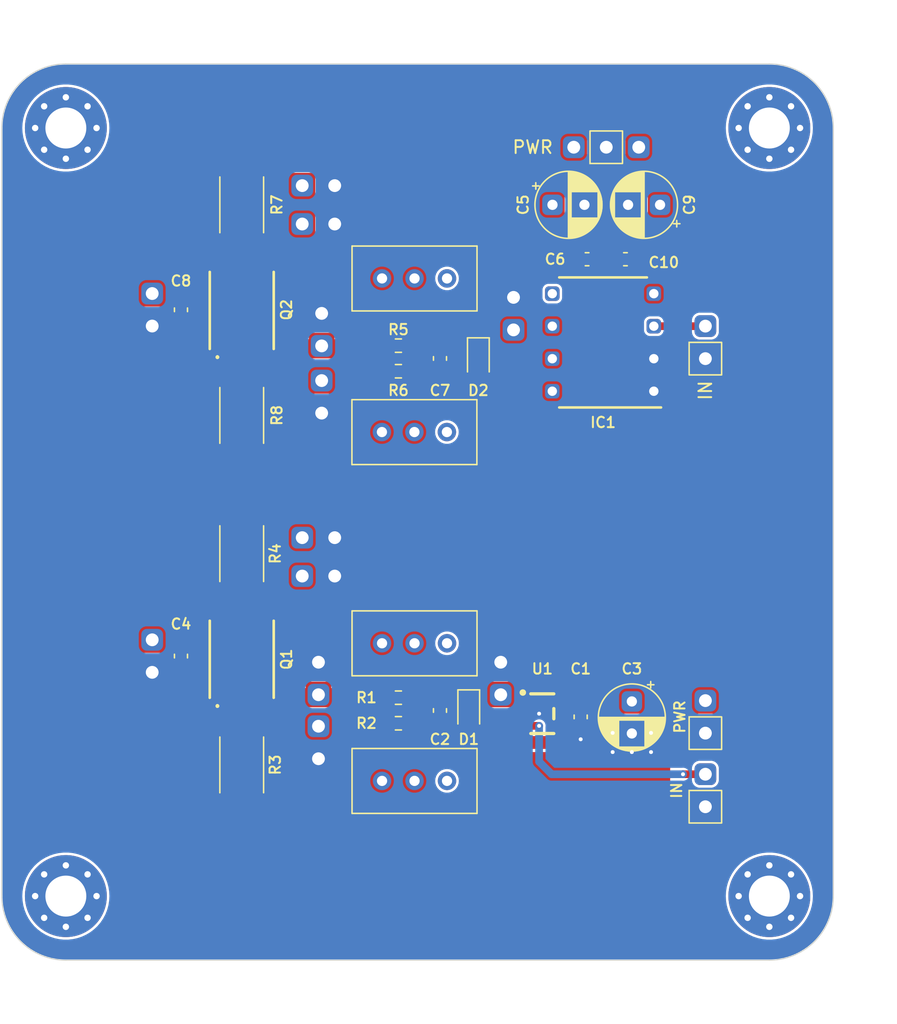
<source format=kicad_pcb>
(kicad_pcb (version 20221018) (generator pcbnew)
  (layers (0 "F.Cu" signal) (31 "B.Cu" signal) (34 "B.Paste" user) (35 "F.Paste" user) (36 "B.SilkS" user "B.Silkscreen") (37 "F.SilkS" user "F.Silkscreen") (38 "B.Mask" user) (39 "F.Mask" user) (44 "Edge.Cuts" user))
  (net 0 "")
  (net 1 "GND")
  (net 2 "+5V")
  (net 3 "Net-(D1-K)")
  (net 4 "Net-(D1-A)")
  (net 5 "Net-(J1-Pin_1)")
  (net 6 "Net-(J2-Pin_1)")
  (net 7 "Net-(Q1-Pad10)")
  (net 8 "/SOURCE")
  (net 9 "Net-(Q1-Pad4)")
  (net 10 "Net-(D2-K)")
  (net 11 "Net-(D2-A)")
  (net 12 "Net-(J6-Pin_1)")
  (net 13 "Net-(IC1-+IN)")
  (net 15 "Net-(Q2-Pad4)")
  (net 16 "Net-(Q2-Pad10)")
  (net 17 "-5V")
  (footprint "Connector_PinHeader_2.54mm:PinHeader_1x03_P2.54mm_Vertical" (layer "F.Cu") (at 154.71 71.5 90)
    (fp_text reference "J3" hide)
    (fp_text value "PWR" (at 0 -3.21 180) (layer "F.SilkS"))
    (pad "1" thru_hole roundrect (at 0 0 90) (size 1.7 1.7) (drill 1) (layers "*.Cu" "*.Mask") (net 2 "+5V"))
    (pad "2" thru_hole roundrect (at 0 2.54 90) (size 1.7 1.7) (drill 1) (layers "*.Cu" "*.Mask") (net 1 "GND"))
    (pad "3" thru_hole roundrect (at 0 5.08 90) (size 1.7 1.7) (drill 1) (layers "*.Cu" "*.Mask") (net 17 "-5V"))
  )
  (footprint "Potentiometer_THT:Potentiometer_Bourns_3296W_Vertical" (layer "F.Cu") (at 144.79 93.75)
    (fp_text reference "REF**" hide)
    (fp_text value "Potentiometer_Bourns_3296W_Vertical")
    (pad "1" thru_hole circle (at 0 0) (size 1.44 1.44) (drill 0.8) (layers "*.Cu" "*.Mask"))
    (pad "2" thru_hole circle (at -2.54 0) (size 1.44 1.44) (drill 0.8) (layers "*.Cu" "*.Mask") (net 11 "Net-(D2-A)"))
    (pad "3" thru_hole circle (at -5.08 0) (size 1.44 1.44) (drill 0.8) (layers "*.Cu" "*.Mask") (net 8 "/SOURCE"))
  )
  (footprint "GS-065-008-1-L:GS0650081L" (layer "F.Cu") (at 128.75 84.25)
    (fp_text reference "Q2" (at 3.5 -0.05 90) (layer "F.SilkS") (effects (font (size 0.8128 0.8128) (thickness 0.1524))))
    (fp_text value "GS-065-008-1-L" hide)
    (pad "1" smd rect (at -1.905 2.65) (size 0.5 0.7) (layers "F.Cu" "F.Paste" "F.Mask") (net 8 "/SOURCE"))
    (pad "2" smd rect (at -0.635 2.65) (size 0.5 0.7) (layers "F.Cu" "F.Paste" "F.Mask") (net 8 "/SOURCE"))
    (pad "3" smd rect (at 0.635 2.65) (size 0.5 0.7) (layers "F.Cu" "F.Paste" "F.Mask") (net 8 "/SOURCE"))
    (pad "4" smd rect (at 1.905 2.65) (size 0.5 0.7) (layers "F.Cu" "F.Paste" "F.Mask") (net 15 "Net-(Q2-Pad4)"))
    (pad "5" smd rect (at 0 -2.53 90) (size 0.45 4.31) (layers "F.Cu" "F.Paste" "F.Mask") (net 16 "Net-(Q2-Pad10)"))
    (pad "6" smd rect (at 0 0.7 90) (size 2.2 4.3) (layers "F.Cu" "F.Paste" "F.Mask") (net 8 "/SOURCE"))
    (pad "7" smd rect (at 1.905 -2.88 90) (size 0.25 0.5) (layers "F.Cu" "F.Paste" "F.Mask") (net 16 "Net-(Q2-Pad10)"))
    (pad "8" smd rect (at 0.635 -2.88 90) (size 0.25 0.5) (layers "F.Cu" "F.Paste" "F.Mask") (net 16 "Net-(Q2-Pad10)"))
    (pad "9" smd rect (at -0.635 -2.88 90) (size 0.25 0.5) (layers "F.Cu" "F.Paste" "F.Mask") (net 16 "Net-(Q2-Pad10)"))
    (pad "10" smd rect (at -1.905 -2.88 90) (size 0.25 0.5) (layers "F.Cu" "F.Paste" "F.Mask") (net 16 "Net-(Q2-Pad10)"))
  )
  (footprint "Connector_PinHeader_2.54mm:PinHeader_1x02_P2.54mm_Vertical" (layer "F.Cu") (at 133.48 105 90)
    (fp_text reference "REF**" hide)
    (fp_text value "PinHeader_1x02_P2.54mm_Vertical")
    (pad "1" thru_hole roundrect (at 0 0 90) (size 1.7 1.7) (drill 1) (layers "*.Cu" "*.Mask") (net 7 "Net-(Q1-Pad10)"))
    (pad "2" thru_hole roundrect (at 0 2.54 90) (size 1.7 1.7) (drill 1) (layers "*.Cu" "*.Mask") (net 1 "GND"))
  )
  (footprint "Capacitor_THT:CP_Radial_D5.0mm_P2.50mm" (layer "F.Cu") (at 159.25 114.794888 -90)
    (fp_text reference "C3" (at -2.544888 0 -180) (layer "F.SilkS") (effects (font (size 0.8128 0.8128) (thickness 0.1524))))
    (fp_text value "22uF")
    (pad "1" thru_hole roundrect (at 0 0 270) (size 1.6 1.6) (drill 0.8) (layers "*.Cu" "*.Mask") (net 2 "+5V"))
    (pad "2" thru_hole roundrect (at 2.5 0 270) (size 1.6 1.6) (drill 0.8) (layers "*.Cu" "*.Mask") (net 1 "GND"))
  )
  (footprint "Capacitor_SMD:C_0603_1608Metric" (layer "F.Cu") (at 124 111.25 90)
    (fp_text reference "C4" (at 2.5 0 180) (layer "F.SilkS") (effects (font (size 0.8128 0.8128) (thickness 0.1524))))
    (fp_text value "10uF")
    (pad "1" smd roundrect (at -0.775 0 90) (size 0.9 0.95) (layers "F.Cu" "F.Paste" "F.Mask") (net 1 "GND"))
    (pad "2" smd roundrect (at 0.775 0 90) (size 0.9 0.95) (layers "F.Cu" "F.Paste" "F.Mask") (net 6 "Net-(J2-Pin_1)"))
  )
  (footprint "MountingHole:MountingHole_3.2mm_M3_Pad_Via" (layer "F.Cu") (at 170 70)
    (fp_text reference "H2" hide)
    (fp_text value "MountingHole")
    (pad "1" thru_hole circle (at -2.4 0) (size 0.8 0.8) (drill 0.5) (layers "*.Cu" "*.Mask"))
    (pad "1" thru_hole circle (at -1.697056 -1.697056) (size 0.8 0.8) (drill 0.5) (layers "*.Cu" "*.Mask"))
    (pad "1" thru_hole circle (at -1.697056 1.697056) (size 0.8 0.8) (drill 0.5) (layers "*.Cu" "*.Mask"))
    (pad "1" thru_hole circle (at 0 -2.4) (size 0.8 0.8) (drill 0.5) (layers "*.Cu" "*.Mask"))
    (pad "1" thru_hole circle (at 0 0) (size 6.4 6.4) (drill 3.2) (layers "*.Cu" "*.Mask"))
    (pad "1" thru_hole circle (at 0 2.4) (size 0.8 0.8) (drill 0.5) (layers "*.Cu" "*.Mask"))
    (pad "1" thru_hole circle (at 1.697056 -1.697056) (size 0.8 0.8) (drill 0.5) (layers "*.Cu" "*.Mask"))
    (pad "1" thru_hole circle (at 1.697056 1.697056) (size 0.8 0.8) (drill 0.5) (layers "*.Cu" "*.Mask"))
    (pad "1" thru_hole circle (at 2.4 0) (size 0.8 0.8) (drill 0.5) (layers "*.Cu" "*.Mask"))
  )
  (footprint "Capacitor_SMD:C_0603_1608Metric" (layer "F.Cu") (at 124 84.2 90)
    (fp_text reference "C8" (at 2.25 0 180) (layer "F.SilkS") (effects (font (size 0.8128 0.8128) (thickness 0.1524))))
    (fp_text value "10uF")
    (pad "1" smd roundrect (at -0.775 0 90) (size 0.9 0.95) (layers "F.Cu" "F.Paste" "F.Mask") (net 1 "GND"))
    (pad "2" smd roundrect (at 0.775 0 90) (size 0.9 0.95) (layers "F.Cu" "F.Paste" "F.Mask") (net 12 "Net-(J6-Pin_1)"))
  )
  (footprint "Resistor_SMD:R_0603_1608Metric" (layer "F.Cu") (at 141 114.5 180)
    (fp_text reference "R1" (at 2.5 0) (layer "F.SilkS") (effects (font (size 0.8128 0.8128) (thickness 0.1524))))
    (fp_text value "R")
    (pad "1" smd roundrect (at -0.825 0 180) (size 0.8 0.95) (layers "F.Cu" "F.Paste" "F.Mask") (net 3 "Net-(D1-K)"))
    (pad "2" smd roundrect (at 0.825 0 180) (size 0.8 0.95) (layers "F.Cu" "F.Paste" "F.Mask") (net 9 "Net-(Q1-Pad4)"))
  )
  (footprint "Connector_PinHeader_2.54mm:PinHeader_1x02_P2.54mm_Vertical" (layer "F.Cu") (at 135 89.73)
    (fp_text reference "REF**" hide)
    (fp_text value "PinHeader_1x02_P2.54mm_Vertical")
    (pad "1" thru_hole roundrect (at 0 0) (size 1.7 1.7) (drill 1) (layers "*.Cu" "*.Mask") (net 8 "/SOURCE"))
    (pad "2" thru_hole roundrect (at 0 2.54) (size 1.7 1.7) (drill 1) (layers "*.Cu" "*.Mask") (net 1 "GND"))
  )
  (footprint "Connector_PinHeader_2.54mm:PinHeader_1x02_P2.54mm_Vertical" (layer "F.Cu") (at 149 114.27 180)
    (fp_text reference "REF**" hide)
    (fp_text value "PinHeader_1x02_P2.54mm_Vertical")
    (pad "1" thru_hole roundrect (at 0 0 180) (size 1.7 1.7) (drill 1) (layers "*.Cu" "*.Mask") (net 3 "Net-(D1-K)"))
    (pad "2" thru_hole roundrect (at 0 2.54 180) (size 1.7 1.7) (drill 1) (layers "*.Cu" "*.Mask") (net 1 "GND"))
  )
  (footprint "Resistor_SMD:R_2512_6332Metric" (layer "F.Cu") (at 128.75 92.45 -90)
    (fp_text reference "R8" (at 0 -2.75 90) (layer "F.SilkS") (effects (font (size 0.8128 0.8128) (thickness 0.1524))))
    (fp_text value "0R5")
    (pad "1" smd roundrect (at -2.9625 0 270) (size 1.225 3.35) (layers "F.Cu" "F.Paste" "F.Mask") (roundrect_rratio 0.2040816327) (net 8 "/SOURCE"))
    (pad "2" smd roundrect (at 2.9625 0 270) (size 1.225 3.35) (layers "F.Cu" "F.Paste" "F.Mask") (roundrect_rratio 0.2040816327) (net 1 "GND"))
  )
  (footprint "Resistor_SMD:R_2512_6332Metric" (layer "F.Cu") (at 128.75 103.25 -90)
    (fp_text reference "R4" (at 0 -2.62 90) (layer "F.SilkS") (effects (font (size 0.8128 0.8128) (thickness 0.1524))))
    (fp_text value "HACK")
    (pad "1" smd roundrect (at -2.9625 0 270) (size 1.225 3.35) (layers "F.Cu" "F.Paste" "F.Mask") (roundrect_rratio 0.2040816327) (net 6 "Net-(J2-Pin_1)"))
    (pad "2" smd roundrect (at 2.9625 0 270) (size 1.225 3.35) (layers "F.Cu" "F.Paste" "F.Mask") (roundrect_rratio 0.2040816327) (net 7 "Net-(Q1-Pad10)"))
  )
  (footprint "Connector_PinHeader_2.54mm:PinHeader_1x02_P2.54mm_Vertical" (layer "F.Cu") (at 133.48 77.5 90)
    (fp_text reference "REF**" hide)
    (fp_text value "PinHeader_1x02_P2.54mm_Vertical")
    (pad "1" thru_hole roundrect (at 0 0 90) (size 1.7 1.7) (drill 1) (layers "*.Cu" "*.Mask") (net 16 "Net-(Q2-Pad10)"))
    (pad "2" thru_hole roundrect (at 0 2.54 90) (size 1.7 1.7) (drill 1) (layers "*.Cu" "*.Mask") (net 1 "GND"))
  )
  (footprint "GS-065-008-1-L:GS0650081L" (layer "F.Cu") (at 128.75 111.5)
    (fp_text reference "Q1" (at 3.5 0 90) (layer "F.SilkS") (effects (font (size 0.8128 0.8128) (thickness 0.1524))))
    (fp_text value "GS-065-008-1-L" hide)
    (pad "1" smd rect (at -1.905 2.65) (size 0.5 0.7) (layers "F.Cu" "F.Paste" "F.Mask") (net 8 "/SOURCE"))
    (pad "2" smd rect (at -0.635 2.65) (size 0.5 0.7) (layers "F.Cu" "F.Paste" "F.Mask") (net 8 "/SOURCE"))
    (pad "3" smd rect (at 0.635 2.65) (size 0.5 0.7) (layers "F.Cu" "F.Paste" "F.Mask") (net 8 "/SOURCE"))
    (pad "4" smd rect (at 1.905 2.65) (size 0.5 0.7) (layers "F.Cu" "F.Paste" "F.Mask") (net 9 "Net-(Q1-Pad4)"))
    (pad "5" smd rect (at 0 -2.53 90) (size 0.45 4.31) (layers "F.Cu" "F.Paste" "F.Mask") (net 7 "Net-(Q1-Pad10)"))
    (pad "6" smd rect (at 0 0.7 90) (size 2.2 4.3) (layers "F.Cu" "F.Paste" "F.Mask") (net 8 "/SOURCE"))
    (pad "7" smd rect (at 1.905 -2.88 90) (size 0.25 0.5) (layers "F.Cu" "F.Paste" "F.Mask") (net 7 "Net-(Q1-Pad10)"))
    (pad "8" smd rect (at 0.635 -2.88 90) (size 0.25 0.5) (layers "F.Cu" "F.Paste" "F.Mask") (net 7 "Net-(Q1-Pad10)"))
    (pad "9" smd rect (at -0.635 -2.88 90) (size 0.25 0.5) (layers "F.Cu" "F.Paste" "F.Mask") (net 7 "Net-(Q1-Pad10)"))
    (pad "10" smd rect (at -1.905 -2.88 90) (size 0.25 0.5) (layers "F.Cu" "F.Paste" "F.Mask") (net 7 "Net-(Q1-Pad10)"))
  )
  (footprint "Potentiometer_THT:Potentiometer_Bourns_3296W_Vertical" (layer "F.Cu") (at 144.8 81.75)
    (fp_text reference "REF**" hide)
    (fp_text value "Potentiometer_Bourns_3296W_Vertical")
    (pad "1" thru_hole circle (at 0 0) (size 1.44 1.44) (drill 0.8) (layers "*.Cu" "*.Mask"))
    (pad "2" thru_hole circle (at -2.54 0) (size 1.44 1.44) (drill 0.8) (layers "*.Cu" "*.Mask") (net 10 "Net-(D2-K)"))
    (pad "3" thru_hole circle (at -5.08 0) (size 1.44 1.44) (drill 0.8) (layers "*.Cu" "*.Mask") (net 15 "Net-(Q2-Pad4)"))
  )
  (footprint "MountingHole:MountingHole_3.2mm_M3_Pad_Via" (layer "F.Cu") (at 115 70)
    (fp_text reference "H1" hide)
    (fp_text value "MountingHole")
    (pad "1" thru_hole circle (at -2.4 0) (size 0.8 0.8) (drill 0.5) (layers "*.Cu" "*.Mask"))
    (pad "1" thru_hole circle (at -1.697056 -1.697056) (size 0.8 0.8) (drill 0.5) (layers "*.Cu" "*.Mask"))
    (pad "1" thru_hole circle (at -1.697056 1.697056) (size 0.8 0.8) (drill 0.5) (layers "*.Cu" "*.Mask"))
    (pad "1" thru_hole circle (at 0 -2.4) (size 0.8 0.8) (drill 0.5) (layers "*.Cu" "*.Mask"))
    (pad "1" thru_hole circle (at 0 0) (size 6.4 6.4) (drill 3.2) (layers "*.Cu" "*.Mask"))
    (pad "1" thru_hole circle (at 0 2.4) (size 0.8 0.8) (drill 0.5) (layers "*.Cu" "*.Mask"))
    (pad "1" thru_hole circle (at 1.697056 -1.697056) (size 0.8 0.8) (drill 0.5) (layers "*.Cu" "*.Mask"))
    (pad "1" thru_hole circle (at 1.697056 1.697056) (size 0.8 0.8) (drill 0.5) (layers "*.Cu" "*.Mask"))
    (pad "1" thru_hole circle (at 2.4 0) (size 0.8 0.8) (drill 0.5) (layers "*.Cu" "*.Mask"))
  )
  (footprint "Capacitor_SMD:C_0603_1608Metric" (layer "F.Cu") (at 155.25 116 90)
    (fp_text reference "C1" (at 3.75 0 180) (layer "F.SilkS") (effects (font (size 0.8128 0.8128) (thickness 0.1524))))
    (fp_text value "10uF")
    (pad "1" smd roundrect (at -0.775 0 90) (size 0.9 0.95) (layers "F.Cu" "F.Paste" "F.Mask") (net 1 "GND"))
    (pad "2" smd roundrect (at 0.775 0 90) (size 0.9 0.95) (layers "F.Cu" "F.Paste" "F.Mask") (net 2 "+5V"))
  )
  (footprint "Connector_PinHeader_2.54mm:PinHeader_1x02_P2.54mm_Vertical" (layer "F.Cu") (at 134.75 114.27 180)
    (fp_text reference "REF**" hide)
    (fp_text value "PinHeader_1x02_P2.54mm_Vertical")
    (pad "1" thru_hole roundrect (at 0 0 180) (size 1.7 1.7) (drill 1) (layers "*.Cu" "*.Mask") (net 9 "Net-(Q1-Pad4)"))
    (pad "2" thru_hole roundrect (at 0 2.54 180) (size 1.7 1.7) (drill 1) (layers "*.Cu" "*.Mask") (net 1 "GND"))
  )
  (footprint "Capacitor_SMD:C_0603_1608Metric" (layer "F.Cu") (at 144.25 88 -90)
    (fp_text reference "C7" (at 2.5 0 -180) (layer "F.SilkS") (effects (font (size 0.8128 0.8128) (thickness 0.1524))))
    (fp_text value "C")
    (pad "1" smd roundrect (at -0.775 0 270) (size 0.9 0.95) (layers "F.Cu" "F.Paste" "F.Mask") (net 10 "Net-(D2-K)"))
    (pad "2" smd roundrect (at 0.775 0 270) (size 0.9 0.95) (layers "F.Cu" "F.Paste" "F.Mask") (net 11 "Net-(D2-A)"))
  )
  (footprint "Connector_PinHeader_2.54mm:PinHeader_1x02_P2.54mm_Vertical" (layer "F.Cu") (at 133.48 102 90)
    (fp_text reference "REF**" hide)
    (fp_text value "PinHeader_1x02_P2.54mm_Vertical")
    (pad "1" thru_hole roundrect (at 0 0 90) (size 1.7 1.7) (drill 1) (layers "*.Cu" "*.Mask") (net 6 "Net-(J2-Pin_1)"))
    (pad "2" thru_hole roundrect (at 0 2.54 90) (size 1.7 1.7) (drill 1) (layers "*.Cu" "*.Mask") (net 1 "GND"))
  )
  (footprint "Resistor_SMD:R_0603_1608Metric" (layer "F.Cu") (at 141 89 180)
    (fp_text reference "R6" (at 0 -1.5) (layer "F.SilkS") (effects (font (size 0.8128 0.8128) (thickness 0.1524))))
    (fp_text value "R")
    (pad "1" smd roundrect (at -0.825 0 180) (size 0.8 0.95) (layers "F.Cu" "F.Paste" "F.Mask") (net 11 "Net-(D2-A)"))
    (pad "2" smd roundrect (at 0.825 0 180) (size 0.8 0.95) (layers "F.Cu" "F.Paste" "F.Mask") (net 8 "/SOURCE"))
  )
  (footprint "Connector_PinHeader_2.54mm:PinHeader_1x02_P2.54mm_Vertical" (layer "F.Cu") (at 165 114.73)
    (fp_text reference "J3" hide)
    (fp_text value "PWR" (at -2 1.27 90) (layer "F.SilkS") (effects (font (size 0.8128 0.8128) (thickness 0.1524) bold)))
    (pad "1" thru_hole roundrect (at 0 0) (size 1.7 1.7) (drill 1) (layers "*.Cu" "*.Mask") (net 2 "+5V"))
    (pad "2" thru_hole roundrect (at 0 2.54) (size 1.7 1.7) (drill 1) (layers "*.Cu" "*.Mask") (net 1 "GND"))
  )
  (footprint "Connector_PinHeader_2.54mm:PinHeader_1x02_P2.54mm_Vertical" (layer "F.Cu") (at 133.48 74.5 90)
    (fp_text reference "REF**" hide)
    (fp_text value "PinHeader_1x02_P2.54mm_Vertical")
    (pad "1" thru_hole roundrect (at 0 0 90) (size 1.7 1.7) (drill 1) (layers "*.Cu" "*.Mask") (net 12 "Net-(J6-Pin_1)"))
    (pad "2" thru_hole roundrect (at 0 2.54 90) (size 1.7 1.7) (drill 1) (layers "*.Cu" "*.Mask") (net 1 "GND"))
  )
  (footprint "Diode_SMD:D_SOD-323" (layer "F.Cu") (at 147.25 88 -90)
    (fp_text reference "D2" (at 2.5 0 -180) (layer "F.SilkS") (effects (font (size 0.8128 0.8128) (thickness 0.1524))))
    (fp_text value "4148")
    (pad "1" smd roundrect (at -1.05 0 270) (size 0.6 0.45) (layers "F.Cu" "F.Paste" "F.Mask") (net 10 "Net-(D2-K)"))
    (pad "2" smd roundrect (at 1.05 0 270) (size 0.6 0.45) (layers "F.Cu" "F.Paste" "F.Mask") (net 11 "Net-(D2-A)"))
  )
  (footprint "Connector_PinHeader_2.54mm:PinHeader_1x02_P2.54mm_Vertical" (layer "F.Cu") (at 121.75 82.93)
    (fp_text reference "J6" hide)
    (fp_text value "IN")
    (pad "1" thru_hole roundrect (at 0 0) (size 1.7 1.7) (drill 1) (layers "*.Cu" "*.Mask") (net 12 "Net-(J6-Pin_1)"))
    (pad "2" thru_hole roundrect (at 0 2.54) (size 1.7 1.7) (drill 1) (layers "*.Cu" "*.Mask") (net 1 "GND"))
  )
  (footprint "Capacitor_THT:CP_Radial_D5.0mm_P2.50mm" (layer "F.Cu") (at 153.044888 76)
    (fp_text reference "C5" (at -2.294888 0 90) (layer "F.SilkS") (effects (font (size 0.8128 0.8128) (thickness 0.1524))))
    (fp_text value "22uF")
    (pad "1" thru_hole roundrect (at 0 0) (size 1.6 1.6) (drill 0.8) (layers "*.Cu" "*.Mask") (net 2 "+5V"))
    (pad "2" thru_hole roundrect (at 2.5 0) (size 1.6 1.6) (drill 0.8) (layers "*.Cu" "*.Mask") (net 1 "GND"))
  )
  (footprint "Connector_PinHeader_2.54mm:PinHeader_1x02_P2.54mm_Vertical" (layer "F.Cu") (at 135 87.02 180)
    (fp_text reference "REF**" hide)
    (fp_text value "PinHeader_1x02_P2.54mm_Vertical")
    (pad "1" thru_hole roundrect (at 0 0 180) (size 1.7 1.7) (drill 1) (layers "*.Cu" "*.Mask") (net 15 "Net-(Q2-Pad4)"))
    (pad "2" thru_hole roundrect (at 0 2.54 180) (size 1.7 1.7) (drill 1) (layers "*.Cu" "*.Mask") (net 1 "GND"))
  )
  (footprint "Potentiometer_THT:Potentiometer_Bourns_3296W_Vertical" (layer "F.Cu") (at 144.8 121)
    (fp_text reference "REF**" hide)
    (fp_text value "Potentiometer_Bourns_3296W_Vertical")
    (pad "1" thru_hole circle (at 0 0) (size 1.44 1.44) (drill 0.8) (layers "*.Cu" "*.Mask"))
    (pad "2" thru_hole circle (at -2.54 0) (size 1.44 1.44) (drill 0.8) (layers "*.Cu" "*.Mask") (net 4 "Net-(D1-A)"))
    (pad "3" thru_hole circle (at -5.08 0) (size 1.44 1.44) (drill 0.8) (layers "*.Cu" "*.Mask") (net 8 "/SOURCE"))
  )
  (footprint "LT1193:DIP794W53P254L1016H394Q8N" (layer "F.Cu") (at 157 86.75 180)
    (fp_text reference "IC1" (at 0 -6.25 180) (layer "F.SilkS") (effects (font (size 0.8128 0.8128) (thickness 0.1524))))
    (fp_text value "LT1193" hide)
    (pad "1" thru_hole roundrect (at -3.969 -3.81 180) (size 1.133 1.133) (drill 0.733) (layers "*.Cu" "*.Mask") (net 1 "GND"))
    (pad "2" thru_hole roundrect (at -3.969 -1.27 180) (size 1.133 1.133) (drill 0.733) (layers "*.Cu" "*.Mask") (net 1 "GND"))
    (pad "3" thru_hole roundrect (at -3.969 1.27 180) (size 1.133 1.133) (drill 0.733) (layers "*.Cu" "*.Mask") (net 13 "Net-(IC1-+IN)"))
    (pad "4" thru_hole roundrect (at -3.969 3.81 180) (size 1.133 1.133) (drill 0.733) (layers "*.Cu" "*.Mask") (net 17 "-5V"))
    (pad "5" thru_hole roundrect (at 3.969 3.81 180) (size 1.133 1.133) (drill 0.733) (layers "*.Cu" "*.Mask"))
    (pad "6" thru_hole roundrect (at 3.969 1.27 180) (size 1.133 1.133) (drill 0.733) (layers "*.Cu" "*.Mask") (net 10 "Net-(D2-K)"))
    (pad "7" thru_hole roundrect (at 3.969 -1.27 180) (size 1.133 1.133) (drill 0.733) (layers "*.Cu" "*.Mask") (net 2 "+5V"))
    (pad "8" thru_hole roundrect (at 3.969 -3.81 180) (size 1.133 1.133) (drill 0.733) (layers "*.Cu" "*.Mask") (net 11 "Net-(D2-A)"))
  )
  (footprint "Capacitor_SMD:C_0603_1608Metric" (layer "F.Cu") (at 144.25 115.5 -90)
    (fp_text reference "C2" (at 2.25 0 -180) (layer "F.SilkS") (effects (font (size 0.8128 0.8128) (thickness 0.1524))))
    (fp_text value "C")
    (pad "1" smd roundrect (at -0.775 0 270) (size 0.9 0.95) (layers "F.Cu" "F.Paste" "F.Mask") (net 3 "Net-(D1-K)"))
    (pad "2" smd roundrect (at 0.775 0 270) (size 0.9 0.95) (layers "F.Cu" "F.Paste" "F.Mask") (net 4 "Net-(D1-A)"))
  )
  (footprint "Resistor_SMD:R_2512_6332Metric" (layer "F.Cu") (at 128.75 76 -90)
    (fp_text reference "R7" (at 0 -2.75 90) (layer "F.SilkS") (effects (font (size 0.8128 0.8128) (thickness 0.1524))))
    (fp_text value "HACK")
    (pad "1" smd roundrect (at -2.9625 0 270) (size 1.225 3.35) (layers "F.Cu" "F.Paste" "F.Mask") (roundrect_rratio 0.2040816327) (net 12 "Net-(J6-Pin_1)"))
    (pad "2" smd roundrect (at 2.9625 0 270) (size 1.225 3.35) (layers "F.Cu" "F.Paste" "F.Mask") (roundrect_rratio 0.2040816327) (net 16 "Net-(Q2-Pad10)"))
  )
  (footprint "MountingHole:MountingHole_3.2mm_M3_Pad_Via" (layer "F.Cu") (at 115 130)
    (fp_text reference "H4" hide)
    (fp_text value "MountingHole")
    (pad "1" thru_hole circle (at -2.4 0) (size 0.8 0.8) (drill 0.5) (layers "*.Cu" "*.Mask"))
    (pad "1" thru_hole circle (at -1.697056 -1.697056) (size 0.8 0.8) (drill 0.5) (layers "*.Cu" "*.Mask"))
    (pad "1" thru_hole circle (at -1.697056 1.697056) (size 0.8 0.8) (drill 0.5) (layers "*.Cu" "*.Mask"))
    (pad "1" thru_hole circle (at 0 -2.4) (size 0.8 0.8) (drill 0.5) (layers "*.Cu" "*.Mask"))
    (pad "1" thru_hole circle (at 0 0) (size 6.4 6.4) (drill 3.2) (layers "*.Cu" "*.Mask"))
    (pad "1" thru_hole circle (at 0 2.4) (size 0.8 0.8) (drill 0.5) (layers "*.Cu" "*.Mask"))
    (pad "1" thru_hole circle (at 1.697056 -1.697056) (size 0.8 0.8) (drill 0.5) (layers "*.Cu" "*.Mask"))
    (pad "1" thru_hole circle (at 1.697056 1.697056) (size 0.8 0.8) (drill 0.5) (layers "*.Cu" "*.Mask"))
    (pad "1" thru_hole circle (at 2.4 0) (size 0.8 0.8) (drill 0.5) (layers "*.Cu" "*.Mask"))
  )
  (footprint "Resistor_SMD:R_0603_1608Metric" (layer "F.Cu") (at 141 116.5 180)
    (fp_text reference "R2" (at 2.5 0) (layer "F.SilkS") (effects (font (size 0.8128 0.8128) (thickness 0.1524))))
    (fp_text value "R")
    (pad "1" smd roundrect (at -0.825 0 180) (size 0.8 0.95) (layers "F.Cu" "F.Paste" "F.Mask") (net 4 "Net-(D1-A)"))
    (pad "2" smd roundrect (at 0.825 0 180) (size 0.8 0.95) (layers "F.Cu" "F.Paste" "F.Mask") (net 8 "/SOURCE"))
  )
  (footprint "Diode_SMD:D_SOD-323" (layer "F.Cu") (at 146.5 115.5 -90)
    (fp_text reference "D1" (at 2.25 0 -180) (layer "F.SilkS") (effects (font (size 0.8128 0.8128) (thickness 0.1524))))
    (fp_text value "4148")
    (pad "1" smd roundrect (at -1.05 0 270) (size 0.6 0.45) (layers "F.Cu" "F.Paste" "F.Mask") (net 3 "Net-(D1-K)"))
    (pad "2" smd roundrect (at 1.05 0 270) (size 0.6 0.45) (layers "F.Cu" "F.Paste" "F.Mask") (net 4 "Net-(D1-A)"))
  )
  (footprint "Connector_PinHeader_2.54mm:PinHeader_1x02_P2.54mm_Vertical" (layer "F.Cu") (at 165 85.475)
    (fp_text reference "J5" hide)
    (fp_text value "IN" (at 0 5.025 90) (layer "F.SilkS"))
    (pad "1" thru_hole roundrect (at 0 0) (size 1.7 1.7) (drill 1) (layers "*.Cu" "*.Mask") (net 13 "Net-(IC1-+IN)"))
    (pad "2" thru_hole roundrect (at 0 2.54) (size 1.7 1.7) (drill 1) (layers "*.Cu" "*.Mask") (net 1 "GND"))
  )
  (footprint "Connector_PinHeader_2.54mm:PinHeader_1x02_P2.54mm_Vertical" (layer "F.Cu") (at 165 120.48)
    (fp_text reference "J1" hide)
    (fp_text value "IN" (at -2.25 1.27 90) (layer "F.SilkS") (effects (font (size 0.8128 0.8128) (thickness 0.1524))))
    (pad "1" thru_hole roundrect (at 0 0) (size 1.7 1.7) (drill 1) (layers "*.Cu" "*.Mask") (net 5 "Net-(J1-Pin_1)"))
    (pad "2" thru_hole roundrect (at 0 2.54) (size 1.7 1.7) (drill 1) (layers "*.Cu" "*.Mask") (net 1 "GND"))
  )
  (footprint "Connector_PinHeader_2.54mm:PinHeader_1x02_P2.54mm_Vertical" (layer "F.Cu") (at 121.75 109.98)
    (fp_text reference "J2" hide)
    (fp_text value "IN")
    (pad "1" thru_hole roundrect (at 0 0) (size 1.7 1.7) (drill 1) (layers "*.Cu" "*.Mask") (net 6 "Net-(J2-Pin_1)"))
    (pad "2" thru_hole roundrect (at 0 2.54) (size 1.7 1.7) (drill 1) (layers "*.Cu" "*.Mask") (net 1 "GND"))
  )
  (footprint "Capacitor_SMD:C_0603_1608Metric" (layer "F.Cu") (at 158.75 80.25)
    (fp_text reference "C10" (at 3 0.25) (layer "F.SilkS") (effects (font (size 0.8128 0.8128) (thickness 0.1524))))
    (fp_text value "10uF")
    (pad "1" smd roundrect (at -0.775 0) (size 0.9 0.95) (layers "F.Cu" "F.Paste" "F.Mask") (net 1 "GND"))
    (pad "2" smd roundrect (at 0.775 0) (size 0.9 0.95) (layers "F.Cu" "F.Paste" "F.Mask") (net 17 "-5V"))
  )
  (footprint "Potentiometer_THT:Potentiometer_Bourns_3296W_Vertical" (layer "F.Cu") (at 144.8 110.25)
    (fp_text reference "REF**" hide)
    (fp_text value "Potentiometer_Bourns_3296W_Vertical")
    (pad "1" thru_hole circle (at 0 0) (size 1.44 1.44) (drill 0.8) (layers "*.Cu" "*.Mask"))
    (pad "2" thru_hole circle (at -2.54 0) (size 1.44 1.44) (drill 0.8) (layers "*.Cu" "*.Mask") (net 3 "Net-(D1-K)"))
    (pad "3" thru_hole circle (at -5.08 0) (size 1.44 1.44) (drill 0.8) (layers "*.Cu" "*.Mask") (net 9 "Net-(Q1-Pad4)"))
  )
  (footprint "Connector_PinHeader_2.54mm:PinHeader_1x02_P2.54mm_Vertical" (layer "F.Cu") (at 150 85.77 180)
    (fp_text reference "REF**" hide)
    (fp_text value "PinHeader_1x02_P2.54mm_Vertical")
    (pad "1" thru_hole roundrect (at 0 0 180) (size 1.7 1.7) (drill 1) (layers "*.Cu" "*.Mask") (net 10 "Net-(D2-K)"))
    (pad "2" thru_hole roundrect (at 0 2.54 180) (size 1.7 1.7) (drill 1) (layers "*.Cu" "*.Mask") (net 1 "GND"))
  )
  (footprint "Capacitor_SMD:C_0603_1608Metric" (layer "F.Cu") (at 155.75 80.25 180)
    (fp_text reference "C6" (at 2.5 0 180) (layer "F.SilkS") (effects (font (size 0.8128 0.8128) (thickness 0.1524))))
    (fp_text value "10uF")
    (pad "1" smd roundrect (at -0.775 0 180) (size 0.9 0.95) (layers "F.Cu" "F.Paste" "F.Mask") (net 1 "GND"))
    (pad "2" smd roundrect (at 0.775 0 180) (size 0.9 0.95) (layers "F.Cu" "F.Paste" "F.Mask") (net 2 "+5V"))
  )
  (footprint "Connector_PinHeader_2.54mm:PinHeader_1x02_P2.54mm_Vertical" (layer "F.Cu") (at 134.75 116.73)
    (fp_text reference "REF**" hide)
    (fp_text value "PinHeader_1x02_P2.54mm_Vertical")
    (pad "1" thru_hole roundrect (at 0 0) (size 1.7 1.7) (drill 1) (layers "*.Cu" "*.Mask") (net 8 "/SOURCE"))
    (pad "2" thru_hole roundrect (at 0 2.54) (size 1.7 1.7) (drill 1) (layers "*.Cu" "*.Mask") (net 1 "GND"))
  )
  (footprint "Resistor_SMD:R_2512_6332Metric" (layer "F.Cu") (at 128.75 119.75 -90)
    (fp_text reference "R3" (at 0 -2.62 90) (layer "F.SilkS") (effects (font (size 0.8128 0.8128) (thickness 0.1524))))
    (fp_text value "0R5")
    (pad "1" smd roundrect (at -2.9625 0 270) (size 1.225 3.35) (layers "F.Cu" "F.Paste" "F.Mask") (roundrect_rratio 0.2040816327) (net 8 "/SOURCE"))
    (pad "2" smd roundrect (at 2.9625 0 270) (size 1.225 3.35) (layers "F.Cu" "F.Paste" "F.Mask") (roundrect_rratio 0.2040816327) (net 1 "GND"))
  )
  (footprint "Capacitor_THT:CP_Radial_D5.0mm_P2.50mm" (layer "F.Cu") (at 161.455112 76 180)
    (fp_text reference "C9" (at -2.294888 0 90) (layer "F.SilkS") (effects (font (size 0.8128 0.8128) (thickness 0.1524))))
    (fp_text value "22uF")
    (pad "1" thru_hole roundrect (at 0 0 180) (size 1.6 1.6) (drill 0.8) (layers "*.Cu" "*.Mask") (net 17 "-5V"))
    (pad "2" thru_hole roundrect (at 2.5 0 180) (size 1.6 1.6) (drill 0.8) (layers "*.Cu" "*.Mask") (net 1 "GND"))
  )
  (footprint "Resistor_SMD:R_0603_1608Metric" (layer "F.Cu") (at 141 87 180)
    (fp_text reference "R5" (at 0 1.25) (layer "F.SilkS") (effects (font (size 0.8128 0.8128) (thickness 0.1524))))
    (fp_text value "R")
    (pad "1" smd roundrect (at -0.825 0 180) (size 0.8 0.95) (layers "F.Cu" "F.Paste" "F.Mask") (net 10 "Net-(D2-K)"))
    (pad "2" smd roundrect (at 0.825 0 180) (size 0.8 0.95) (layers "F.Cu" "F.Paste" "F.Mask") (net 15 "Net-(Q2-Pad4)"))
  )
  (footprint "ADA4891:SOT-23-5_L3.0-W1.7-P0.95-LS2.8-BR" (layer "F.Cu") (at 152.25 115.75 180)
    (fp_text reference "U1" (at 0 3.5 180) (layer "F.SilkS") (effects (font (size 0.8128 0.8128) (thickness 0.1524))))
    (fp_text value "ADA4891" hide)
    (pad "1" smd rect (at 1.3 0.95 180) (size 1 0.6) (layers "F.Cu" "F.Paste" "F.Mask") (net 3 "Net-(D1-K)"))
    (pad "2" smd rect (at 1.3 0 180) (size 1 0.6) (layers "F.Cu" "F.Paste" "F.Mask") (net 1 "GND"))
    (pad "3" smd rect (at 1.3 -0.95 180) (size 1 0.6) (layers "F.Cu" "F.Paste" "F.Mask") (net 5 "Net-(J1-Pin_1)"))
    (pad "4" smd rect (at -1.3 -0.95 180) (size 1 0.6) (layers "F.Cu" "F.Paste" "F.Mask") (net 4 "Net-(D1-A)"))
    (pad "5" smd rect (at -1.3 0.95 180) (size 1 0.6) (layers "F.Cu" "F.Paste" "F.Mask") (net 2 "+5V"))
  )
  (footprint "MountingHole:MountingHole_3.2mm_M3_Pad_Via" (layer "F.Cu") (at 170 130)
    (fp_text reference "H3" hide)
    (fp_text value "MountingHole")
    (pad "1" thru_hole circle (at -2.4 0) (size 0.8 0.8) (drill 0.5) (layers "*.Cu" "*.Mask"))
    (pad "1" thru_hole circle (at -1.697056 -1.697056) (size 0.8 0.8) (drill 0.5) (layers "*.Cu" "*.Mask"))
    (pad "1" thru_hole circle (at -1.697056 1.697056) (size 0.8 0.8) (drill 0.5) (layers "*.Cu" "*.Mask"))
    (pad "1" thru_hole circle (at 0 -2.4) (size 0.8 0.8) (drill 0.5) (layers "*.Cu" "*.Mask"))
    (pad "1" thru_hole circle (at 0 0) (size 6.4 6.4) (drill 3.2) (layers "*.Cu" "*.Mask"))
    (pad "1" thru_hole circle (at 0 2.4) (size 0.8 0.8) (drill 0.5) (layers "*.Cu" "*.Mask"))
    (pad "1" thru_hole circle (at 1.697056 -1.697056) (size 0.8 0.8) (drill 0.5) (layers "*.Cu" "*.Mask"))
    (pad "1" thru_hole circle (at 1.697056 1.697056) (size 0.8 0.8) (drill 0.5) (layers "*.Cu" "*.Mask"))
    (pad "1" thru_hole circle (at 2.4 0) (size 0.8 0.8) (drill 0.5) (layers "*.Cu" "*.Mask"))
  )
  (gr_line (start 175 70) (end 175 130) (stroke (width 0.1)) (layer "Edge.Cuts"))
  (gr_arc (start 170 65) (mid 173.535534 66.464466) (end 175 70) (stroke (width 0.1)) (layer "Edge.Cuts"))
  (gr_line (start 115 65) (end 170 65) (stroke (width 0.1)) (layer "Edge.Cuts"))
  (gr_line (start 110 130) (end 110 70) (stroke (width 0.1)) (layer "Edge.Cuts"))
  (gr_line (start 170 135) (end 115 135) (stroke (width 0.1)) (layer "Edge.Cuts"))
  (gr_arc (start 115 135) (mid 111.464466 133.535534) (end 110 130) (stroke (width 0.1)) (layer "Edge.Cuts"))
  (gr_arc (start 175 130) (mid 173.535534 133.535534) (end 170 135) (stroke (width 0.1)) (layer "Edge.Cuts"))
  (gr_arc (start 110 70) (mid 111.464466 66.464466) (end 115 65) (stroke (width 0.1)) (layer "Edge.Cuts"))
  (segment (start 150.95 115.75) (end 152 115.75) (width 0.6) (layer "F.Cu") (net 1))
  (via (at 160.75 117.25) (size 0.6096) (drill 0.3048) (layers "F.Cu" "B.Cu") (net 1))
  (via (at 160.75 118.75) (size 0.6096) (drill 0.3048) (layers "F.Cu" "B.Cu") (net 1))
  (via (at 155.25 117.75) (size 0.6096) (drill 0.3048) (layers "F.Cu" "B.Cu") (net 1))
  (via (at 152 115.75) (size 0.6096) (drill 0.3048) (layers "F.Cu" "B.Cu") (net 1))
  (via (at 159.25 118.75) (size 0.6096) (drill 0.3048) (layers "F.Cu" "B.Cu") (net 1))
  (via (at 157.75 118.75) (size 0.6096) (drill 0.3048) (layers "F.Cu" "B.Cu") (net 1))
  (via (at 157.75 117.25) (size 0.6096) (drill 0.3048) (layers "F.Cu" "B.Cu") (net 1))
  (segment (start 150.75 115.75) (end 152 115.75) (width 0.6) (layer "B.Cu") (net 1))
  (segment (start 150.95 116.7) (end 152 116.7) (width 0.6) (layer "F.Cu") (net 5))
  (segment (start 163.25 120.48) (end 165 120.48) (width 0.6) (layer "F.Cu") (net 5))
  (via (at 152 116.7) (size 0.6096) (drill 0.3048) (layers "F.Cu" "B.Cu") (net 5))
  (via (at 163.25 120.48) (size 0.6096) (drill 0.3048) (layers "F.Cu" "B.Cu") (net 5))
  (segment (start 152 116.7) (end 152 119.5) (width 0.6) (layer "B.Cu") (net 5))
  (segment (start 152 119.5) (end 152.98 120.48) (width 0.6) (layer "B.Cu") (net 5))
  (segment (start 152.98 120.48) (end 163.25 120.48) (width 0.6) (layer "B.Cu") (net 5))
  (segment (start 160.969 85.48) (end 164.995 85.48) (width 0.6) (layer "F.Cu") (net 13))
  (segment (start 164.995 85.48) (end 165 85.475) (width 0.6) (layer "F.Cu") (net 13))
  (zone (net 4) (net_name "Net-(D1-A)") (layer "F.Cu") (priority 2) (connect_pads yes (clearance 0.127)) (min_thickness 0.127) (fill yes (thermal_gap 0.127) (thermal_bridge_width 0.5) (smoothing fillet) (radius 0.254))
    (polygon (pts (xy 141 115.5) (xy 141 122.25) (xy 143.5 122.25) (xy 143.5 118.5) (xy 154.25 118.5) (xy 154.25 116) (xy 152.75 116) (xy 152.75 117.5) (xy 150 117.5) (xy 150 115.5)))
  )
  (zone (net 3) (net_name "Net-(D1-K)") (layer "F.Cu") (priority 1) (connect_pads yes (clearance 0.127)) (min_thickness 0.127) (fill yes (thermal_gap 0.127) (thermal_bridge_width 0.5) (smoothing fillet) (radius 0.254))
    (polygon (pts (xy 141 109) (xy 143.5 109) (xy 143.5 113.25) (xy 151.75 113.25) (xy 151.75 115.25) (xy 141 115.25)))
  )
  (zone (net 1) (net_name "GND") (layer "F.Cu") (priority 6) (connect_pads yes (clearance 0.127)) (min_thickness 0.127) (fill yes (thermal_gap 0.127) (thermal_bridge_width 0.5) (smoothing fillet) (radius 0.254) (island_removal_mode 1) (island_area_min 10))
    (polygon (pts (xy 120.5 111.25) (xy 125 111.25) (xy 125 118.25) (xy 138.25 118.25) (xy 138.25 122.5) (xy 147.75 122.5) (xy 147.75 118.75) (xy 154.5 118.75) (xy 154.5 116) (xy 166.25 116) (xy 166.25 119.25) (xy 162.25 119.25) (xy 162.25 121.75) (xy 166.25 121.75) (xy 166.25 124.25) (xy 120.5 124.25)))
  )
  (zone (net 17) (net_name "-5V") (layer "F.Cu") (priority 16) (connect_pads yes (clearance 0.127)) (min_thickness 0.127) (fill yes (thermal_gap 0.127) (thermal_bridge_width 0.5) (smoothing fillet) (radius 0.254) (island_removal_mode 1) (island_area_min 10))
    (polygon (pts (xy 158.75 70.25) (xy 158.75 74.25) (xy 160.5 74.25) (xy 160.5 78.25) (xy 159 78.25) (xy 159 84) (xy 162.75 84) (xy 162.75 70.25)))
  )
  (zone (net 15) (net_name "Net-(Q2-Pad4)") (layer "F.Cu") (priority 11) (connect_pads yes (clearance 0.127)) (min_thickness 0.127) (fill yes (thermal_gap 0.127) (thermal_bridge_width 0.5) (smoothing fillet) (radius 0.254) (island_removal_mode 1) (island_area_min 9.999999))
    (polygon (pts (xy 138.5 80.75) (xy 138.5 86.5) (xy 136 86.5) (xy 136 86) (xy 134 86) (xy 134 86.5) (xy 130.25 86.5) (xy 130.25 88) (xy 140.75 88) (xy 140.75 80.75)))
  )
  (zone (net 11) (net_name "Net-(D2-A)") (layer "F.Cu") (priority 13) (connect_pads yes (clearance 0.127)) (min_thickness 0.127) (fill yes (thermal_gap 0.127) (thermal_bridge_width 0.5) (smoothing fillet) (radius 0.254) (island_removal_mode 1) (island_area_min 9.999999))
    (polygon (pts (xy 141 88.25) (xy 151.75 88.25) (xy 151.75 89.5) (xy 154 89.5) (xy 154 91.5) (xy 143.5 91.5) (xy 143.5 95) (xy 141 95)))
  )
  (zone (net 1) (net_name "GND") (layer "F.Cu") (priority 14) (connect_pads yes (clearance 0.127)) (min_thickness 0.127) (fill yes (thermal_gap 0.127) (thermal_bridge_width 0.5) (smoothing fillet) (radius 0.254) (island_removal_mode 1) (island_area_min 9.999999))
    (polygon (pts (xy 120.5 84.25) (xy 125 84.25) (xy 125 91) (xy 138.25 91) (xy 138.25 95.25) (xy 147.75 95.25) (xy 147.75 91.75) (xy 154.25 91.75) (xy 154.25 89.5) (xy 155.75 89.5) (xy 155.75 78) (xy 154.25 78) (xy 154.25 74.5) (xy 156 74.5) (xy 156 70.25) (xy 158.5 70.25) (xy 158.5 74.5) (xy 160.25 74.5) (xy 160.25 78) (xy 158.75 78) (xy 158.75 86.75) (xy 166.25 86.75) (xy 166.25 97.5) (xy 120.5 97.5)))
  )
  (zone (net 8) (net_name "/SOURCE") (layer "F.Cu") (priority 10) (connect_pads yes (clearance 0.127)) (min_thickness 0.127) (fill yes (thermal_gap 0.127) (thermal_bridge_width 0.5) (smoothing fillet) (radius 0.254) (island_removal_mode 1) (island_area_min 9.999999))
    (polygon (pts (xy 125.25 83.5) (xy 125.25 90.75) (xy 138.5 90.75) (xy 138.5 95) (xy 140.75 95) (xy 140.75 88.25) (xy 130 88.25) (xy 130 86.25) (xy 132.25 86.25) (xy 132.25 83.5)))
  )
  (zone (net 2) (net_name "+5V") (layer "F.Cu") (priority 7) (connect_pads yes (clearance 0.127)) (min_thickness 0.127) (fill yes (thermal_gap 0.127) (thermal_bridge_width 0.5) (smoothing fillet) (radius 0.254) (island_removal_mode 1) (island_area_min 9.999999))
    (polygon (pts (xy 152 115.25) (xy 152.75 115.25) (xy 152.75 115.75) (xy 166.25 115.75) (xy 166.25 113.25) (xy 152 113.25)))
  )
  (zone (net 2) (net_name "+5V") (layer "F.Cu") (priority 15) (connect_pads yes (clearance 0.127)) (min_thickness 0.127) (fill yes (thermal_gap 0.127) (thermal_bridge_width 0.5) (smoothing fillet) (radius 0.254) (island_removal_mode 1) (island_area_min 10))
    (polygon (pts (xy 152 86.75) (xy 152 89.25) (xy 155.5 89.25) (xy 155.5 78.25) (xy 154 78.25) (xy 154 74.25) (xy 155.75 74.25) (xy 155.75 70.25) (xy 152 70.25) (xy 152 81.5) (xy 154.25 81.5) (xy 154.25 86.75)))
  )
  (zone (net 10) (net_name "Net-(D2-K)") (layer "F.Cu") (priority 12) (connect_pads yes (clearance 0.127)) (min_thickness 0.127) (fill yes (thermal_gap 0.127) (thermal_bridge_width 0.5) (smoothing fillet) (radius 0.254) (island_removal_mode 1) (island_area_min 9.999999))
    (polygon (pts (xy 141 88) (xy 151.75 88) (xy 151.75 86.5) (xy 154 86.5) (xy 154 84.5) (xy 143.5 84.5) (xy 143.5 80.75) (xy 141 80.75)))
  )
  (zone (net 8) (net_name "/SOURCE") (layer "F.Cu") (priority 3) (connect_pads yes (clearance 0.127)) (min_thickness 0.127) (fill yes (thermal_gap 0.127) (thermal_bridge_width 0.5) (smoothing fillet) (radius 0.254))
    (polygon (pts (xy 140.75 115.5) (xy 130 115.5) (xy 130 113.5) (xy 132.25 113.5) (xy 132.25 110.75) (xy 125.25 110.75) (xy 125.25 118) (xy 138.5 118) (xy 138.5 122.25) (xy 140.75 122.25)))
  )
  (zone (net 12) (net_name "Net-(J6-Pin_1)") (layer "F.Cu") (priority 8) (connect_pads yes (clearance 0.127)) (min_thickness 0.127) (fill yes (thermal_gap 0.127) (thermal_bridge_width 0.5) (smoothing fillet) (radius 0.254) (island_removal_mode 1) (island_area_min 9.999999))
    (polygon (pts (xy 120.5 83.95) (xy 125 83.95) (xy 125 75.7) (xy 134.5 75.7) (xy 134.5 73.5) (xy 132.25 73.5) (xy 132.25 71.45) (xy 120.5 71.45)))
  )
  (zone (net 6) (net_name "Net-(J2-Pin_1)") (layer "F.Cu") (priority 5) (connect_pads yes (clearance 0.127)) (min_thickness 0.127) (fill yes (thermal_gap 0.127) (thermal_bridge_width 0.5) (smoothing fillet) (radius 0.254))
    (polygon (pts (xy 120.5 111) (xy 120.5 98.75) (xy 132.25 98.75) (xy 132.25 100.5) (xy 134.75 100.5) (xy 134.75 103.25) (xy 125 103.25) (xy 125 111)))
  )
  (zone (net 7) (net_name "Net-(Q1-Pad10)") (layer "F.Cu") (priority 4) (connect_pads yes (clearance 0.127)) (min_thickness 0.127) (fill yes (thermal_gap 0.127) (thermal_bridge_width 0.5) (smoothing fillet) (radius 0.254))
    (polygon (pts (xy 125.25 110.5) (xy 125.25 103.5) (xy 134.75 103.5) (xy 134.75 106.25) (xy 132.25 106.25) (xy 132.25 110.5)))
  )
  (zone (net 9) (net_name "Net-(Q1-Pad4)") (layer "F.Cu") (connect_pads yes (clearance 0.127)) (min_thickness 0.127) (fill yes (thermal_gap 0.127) (thermal_bridge_width 0.5) (smoothing fillet) (radius 0.254))
    (polygon (pts (xy 130.25 113.75) (xy 133.75 113.75) (xy 133.75 113.25) (xy 135.75 113.25) (xy 135.75 113.75) (xy 138.5 113.75) (xy 138.5 109) (xy 140.75 109) (xy 140.75 115.25) (xy 130.25 115.25)))
  )
  (zone (net 16) (net_name "Net-(Q2-Pad10)") (layer "F.Cu") (priority 9) (connect_pads yes (clearance 0.127)) (min_thickness 0.127) (fill yes (thermal_gap 0.127) (thermal_bridge_width 0.5) (smoothing fillet) (radius 0.254) (island_removal_mode 1) (island_area_min 9.999999))
    (polygon (pts (xy 125.25 75.95) (xy 125.25 83.2) (xy 132.25 83.2) (xy 132.25 78.75) (xy 134.5 78.75) (xy 134.5 75.95)))
  )
  (zone (net 1) (net_name "GND") (layer "B.Cu") (priority 17) (connect_pads yes (clearance 0.127)) (min_thickness 0.127) (fill yes (thermal_gap 0.127) (thermal_bridge_width 0.5) (smoothing fillet) (radius 0.254) (island_removal_mode 1) (island_area_min 10))
    (polygon (pts (xy 110 60) (xy 110 140) (xy 180 140) (xy 180 60)))
  )
)
</source>
